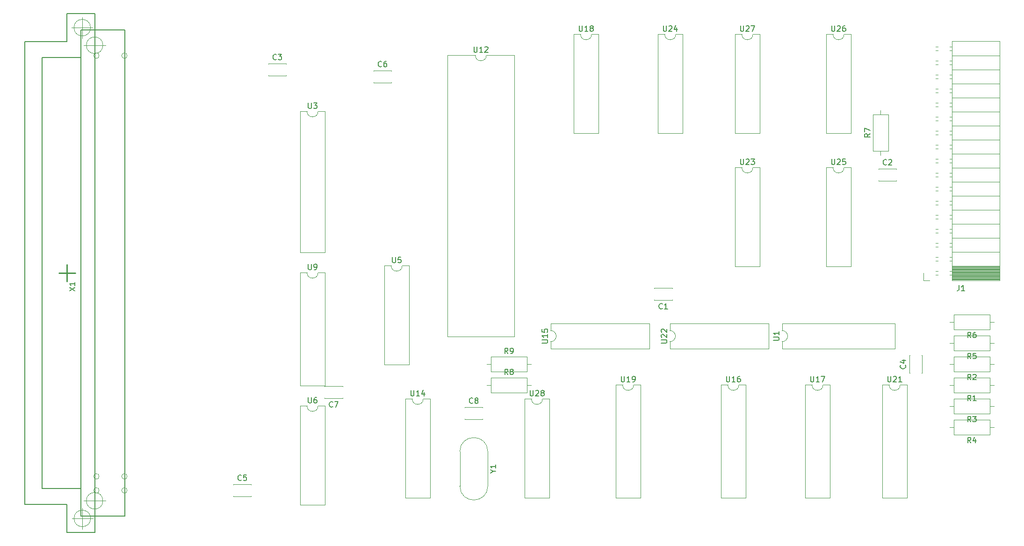
<source format=gbr>
%TF.GenerationSoftware,KiCad,Pcbnew,(5.1.10)-1*%
%TF.CreationDate,2022-01-23T14:02:00+01:00*%
%TF.ProjectId,fdc01,66646330-312e-46b6-9963-61645f706362,rev?*%
%TF.SameCoordinates,Original*%
%TF.FileFunction,Legend,Top*%
%TF.FilePolarity,Positive*%
%FSLAX46Y46*%
G04 Gerber Fmt 4.6, Leading zero omitted, Abs format (unit mm)*
G04 Created by KiCad (PCBNEW (5.1.10)-1) date 2022-01-23 14:02:00*
%MOMM*%
%LPD*%
G01*
G04 APERTURE LIST*
%ADD10C,0.200000*%
%ADD11C,0.100000*%
%ADD12C,0.250000*%
%ADD13C,0.120000*%
%ADD14C,0.150000*%
G04 APERTURE END LIST*
D10*
%TO.C,X1*%
X43180000Y-153670000D02*
X43180000Y-59690000D01*
X30480000Y-64770000D02*
X30480000Y-148590000D01*
X30480000Y-148590000D02*
X38100000Y-148590000D01*
X38100000Y-148590000D02*
X38100000Y-153670000D01*
X38100000Y-153670000D02*
X43180000Y-153670000D01*
X38100000Y-59690000D02*
X38100000Y-64770000D01*
X38100000Y-64770000D02*
X30480000Y-64770000D01*
X43180000Y-59690000D02*
X38100000Y-59690000D01*
D11*
X42355900Y-62242700D02*
G75*
G03*
X42355900Y-62242700I-1500000J0D01*
G01*
X40855900Y-60337700D02*
X40855900Y-64147700D01*
X42760900Y-62242700D02*
X38950900Y-62242700D01*
X40868600Y-149225000D02*
X40868600Y-153035000D01*
X42773600Y-151130000D02*
X38963600Y-151130000D01*
X42368600Y-151130000D02*
G75*
G03*
X42368600Y-151130000I-1500000J0D01*
G01*
X43908600Y-67310000D02*
G75*
G03*
X43908600Y-67310000I-500000J0D01*
G01*
X43908600Y-143510000D02*
G75*
G03*
X43908600Y-143510000I-500000J0D01*
G01*
X43908600Y-146050000D02*
G75*
G03*
X43908600Y-146050000I-500000J0D01*
G01*
X48988600Y-67310000D02*
G75*
G03*
X48988600Y-67310000I-500000J0D01*
G01*
X48988600Y-143510000D02*
G75*
G03*
X48988600Y-143510000I-500000J0D01*
G01*
X48988600Y-146050000D02*
G75*
G03*
X48988600Y-146050000I-500000J0D01*
G01*
D10*
X40600000Y-62680000D02*
X40600000Y-150680000D01*
X40600000Y-62680000D02*
X48600000Y-62680000D01*
X48600000Y-62680000D02*
X48600000Y-150680000D01*
X48600000Y-150680000D02*
X40600000Y-150680000D01*
X40600000Y-145680000D02*
X33600000Y-145680000D01*
X33600000Y-145680000D02*
X33600000Y-67680000D01*
X33600000Y-67680000D02*
X40600000Y-67680000D01*
D11*
X44600000Y-65430000D02*
G75*
G03*
X44600000Y-65430000I-1500000J0D01*
G01*
X45100000Y-65430000D02*
X41100000Y-65430000D01*
X43100000Y-63430000D02*
X43100000Y-67430000D01*
X44600000Y-147930000D02*
G75*
G03*
X44600000Y-147930000I-1500000J0D01*
G01*
X45100000Y-147930000D02*
X41100000Y-147930000D01*
X43100000Y-145930000D02*
X43100000Y-149930000D01*
D12*
X39600000Y-106680000D02*
X36600000Y-106680000D01*
X38100000Y-105180000D02*
X38100000Y-108180000D01*
D13*
%TO.C,R9*%
X114840000Y-121820000D02*
X114840000Y-124560000D01*
X114840000Y-124560000D02*
X121380000Y-124560000D01*
X121380000Y-124560000D02*
X121380000Y-121820000D01*
X121380000Y-121820000D02*
X114840000Y-121820000D01*
X114070000Y-123190000D02*
X114840000Y-123190000D01*
X122150000Y-123190000D02*
X121380000Y-123190000D01*
%TO.C,U5*%
X100040000Y-105350000D02*
X98790000Y-105350000D01*
X100040000Y-123250000D02*
X100040000Y-105350000D01*
X95540000Y-123250000D02*
X100040000Y-123250000D01*
X95540000Y-105350000D02*
X95540000Y-123250000D01*
X96790000Y-105350000D02*
X95540000Y-105350000D01*
X98790000Y-105350000D02*
G75*
G02*
X96790000Y-105350000I-1000000J0D01*
G01*
%TO.C,U3*%
X84800000Y-77410000D02*
X83550000Y-77410000D01*
X84800000Y-102930000D02*
X84800000Y-77410000D01*
X80300000Y-102930000D02*
X84800000Y-102930000D01*
X80300000Y-77410000D02*
X80300000Y-102930000D01*
X81550000Y-77410000D02*
X80300000Y-77410000D01*
X83550000Y-77410000D02*
G75*
G02*
X81550000Y-77410000I-1000000J0D01*
G01*
%TO.C,U12*%
X112030000Y-67250000D02*
X106970000Y-67250000D01*
X106970000Y-67250000D02*
X106970000Y-118170000D01*
X106970000Y-118170000D02*
X119090000Y-118170000D01*
X119090000Y-118170000D02*
X119090000Y-67250000D01*
X119090000Y-67250000D02*
X114030000Y-67250000D01*
X114030000Y-67250000D02*
G75*
G02*
X112030000Y-67250000I-1000000J0D01*
G01*
%TO.C,C8*%
X110120000Y-130960000D02*
X113360000Y-130960000D01*
X110120000Y-133200000D02*
X113360000Y-133200000D01*
X110120000Y-130960000D02*
X110120000Y-131025000D01*
X110120000Y-133135000D02*
X110120000Y-133200000D01*
X113360000Y-130960000D02*
X113360000Y-131025000D01*
X113360000Y-133135000D02*
X113360000Y-133200000D01*
%TO.C,C7*%
X88000000Y-129390000D02*
X84760000Y-129390000D01*
X88000000Y-127150000D02*
X84760000Y-127150000D01*
X88000000Y-129390000D02*
X88000000Y-129325000D01*
X88000000Y-127215000D02*
X88000000Y-127150000D01*
X84760000Y-129390000D02*
X84760000Y-129325000D01*
X84760000Y-127215000D02*
X84760000Y-127150000D01*
%TO.C,C6*%
X93610000Y-70000000D02*
X96850000Y-70000000D01*
X93610000Y-72240000D02*
X96850000Y-72240000D01*
X93610000Y-70000000D02*
X93610000Y-70065000D01*
X93610000Y-72175000D02*
X93610000Y-72240000D01*
X96850000Y-70000000D02*
X96850000Y-70065000D01*
X96850000Y-72175000D02*
X96850000Y-72240000D01*
%TO.C,C5*%
X68210000Y-144930000D02*
X71450000Y-144930000D01*
X68210000Y-147170000D02*
X71450000Y-147170000D01*
X68210000Y-144930000D02*
X68210000Y-144995000D01*
X68210000Y-147105000D02*
X68210000Y-147170000D01*
X71450000Y-144930000D02*
X71450000Y-144995000D01*
X71450000Y-147105000D02*
X71450000Y-147170000D01*
%TO.C,C4*%
X190650000Y-124830000D02*
X190650000Y-121590000D01*
X192890000Y-124830000D02*
X192890000Y-121590000D01*
X190650000Y-124830000D02*
X190715000Y-124830000D01*
X192825000Y-124830000D02*
X192890000Y-124830000D01*
X190650000Y-121590000D02*
X190715000Y-121590000D01*
X192825000Y-121590000D02*
X192890000Y-121590000D01*
%TO.C,C3*%
X74560000Y-68730000D02*
X77800000Y-68730000D01*
X74560000Y-70970000D02*
X77800000Y-70970000D01*
X74560000Y-68730000D02*
X74560000Y-68795000D01*
X74560000Y-70905000D02*
X74560000Y-70970000D01*
X77800000Y-68730000D02*
X77800000Y-68795000D01*
X77800000Y-70905000D02*
X77800000Y-70970000D01*
%TO.C,C2*%
X185050000Y-87780000D02*
X188290000Y-87780000D01*
X185050000Y-90020000D02*
X188290000Y-90020000D01*
X185050000Y-87780000D02*
X185050000Y-87845000D01*
X185050000Y-89955000D02*
X185050000Y-90020000D01*
X188290000Y-87780000D02*
X188290000Y-87845000D01*
X188290000Y-89955000D02*
X188290000Y-90020000D01*
%TO.C,C1*%
X147690000Y-111610000D02*
X144450000Y-111610000D01*
X147690000Y-109370000D02*
X144450000Y-109370000D01*
X147690000Y-111610000D02*
X147690000Y-111545000D01*
X147690000Y-109435000D02*
X147690000Y-109370000D01*
X144450000Y-111610000D02*
X144450000Y-111545000D01*
X144450000Y-109435000D02*
X144450000Y-109370000D01*
%TO.C,U25*%
X176800000Y-87570000D02*
X175550000Y-87570000D01*
X175550000Y-87570000D02*
X175550000Y-105470000D01*
X175550000Y-105470000D02*
X180050000Y-105470000D01*
X180050000Y-105470000D02*
X180050000Y-87570000D01*
X180050000Y-87570000D02*
X178800000Y-87570000D01*
X178800000Y-87570000D02*
G75*
G02*
X176800000Y-87570000I-1000000J0D01*
G01*
%TO.C,Y1*%
X109235000Y-139015000D02*
X109235000Y-145265000D01*
X114285000Y-139015000D02*
X114285000Y-145265000D01*
X109235000Y-145265000D02*
G75*
G03*
X114285000Y-145265000I2525000J0D01*
G01*
X109235000Y-139015000D02*
G75*
G02*
X114285000Y-139015000I2525000J0D01*
G01*
%TO.C,U14*%
X103850000Y-129480000D02*
X102600000Y-129480000D01*
X103850000Y-147380000D02*
X103850000Y-129480000D01*
X99350000Y-147380000D02*
X103850000Y-147380000D01*
X99350000Y-129480000D02*
X99350000Y-147380000D01*
X100600000Y-129480000D02*
X99350000Y-129480000D01*
X102600000Y-129480000D02*
G75*
G02*
X100600000Y-129480000I-1000000J0D01*
G01*
%TO.C,R8*%
X122150000Y-127000000D02*
X121380000Y-127000000D01*
X114070000Y-127000000D02*
X114840000Y-127000000D01*
X121380000Y-125630000D02*
X114840000Y-125630000D01*
X121380000Y-128370000D02*
X121380000Y-125630000D01*
X114840000Y-128370000D02*
X121380000Y-128370000D01*
X114840000Y-125630000D02*
X114840000Y-128370000D01*
%TO.C,U28*%
X122190000Y-129480000D02*
X120940000Y-129480000D01*
X120940000Y-129480000D02*
X120940000Y-147380000D01*
X120940000Y-147380000D02*
X125440000Y-147380000D01*
X125440000Y-147380000D02*
X125440000Y-129480000D01*
X125440000Y-129480000D02*
X124190000Y-129480000D01*
X124190000Y-129480000D02*
G75*
G02*
X122190000Y-129480000I-1000000J0D01*
G01*
%TO.C,U27*%
X160290000Y-63440000D02*
X159040000Y-63440000D01*
X159040000Y-63440000D02*
X159040000Y-81340000D01*
X159040000Y-81340000D02*
X163540000Y-81340000D01*
X163540000Y-81340000D02*
X163540000Y-63440000D01*
X163540000Y-63440000D02*
X162290000Y-63440000D01*
X162290000Y-63440000D02*
G75*
G02*
X160290000Y-63440000I-1000000J0D01*
G01*
%TO.C,U26*%
X176800000Y-63440000D02*
X175550000Y-63440000D01*
X175550000Y-63440000D02*
X175550000Y-81340000D01*
X175550000Y-81340000D02*
X180050000Y-81340000D01*
X180050000Y-81340000D02*
X180050000Y-63440000D01*
X180050000Y-63440000D02*
X178800000Y-63440000D01*
X178800000Y-63440000D02*
G75*
G02*
X176800000Y-63440000I-1000000J0D01*
G01*
%TO.C,U24*%
X146320000Y-63440000D02*
X145070000Y-63440000D01*
X145070000Y-63440000D02*
X145070000Y-81340000D01*
X145070000Y-81340000D02*
X149570000Y-81340000D01*
X149570000Y-81340000D02*
X149570000Y-63440000D01*
X149570000Y-63440000D02*
X148320000Y-63440000D01*
X148320000Y-63440000D02*
G75*
G02*
X146320000Y-63440000I-1000000J0D01*
G01*
%TO.C,U23*%
X160290000Y-87570000D02*
X159040000Y-87570000D01*
X159040000Y-87570000D02*
X159040000Y-105470000D01*
X159040000Y-105470000D02*
X163540000Y-105470000D01*
X163540000Y-105470000D02*
X163540000Y-87570000D01*
X163540000Y-87570000D02*
X162290000Y-87570000D01*
X162290000Y-87570000D02*
G75*
G02*
X160290000Y-87570000I-1000000J0D01*
G01*
%TO.C,U22*%
X147260000Y-119110000D02*
X147260000Y-120360000D01*
X147260000Y-120360000D02*
X165160000Y-120360000D01*
X165160000Y-120360000D02*
X165160000Y-115860000D01*
X165160000Y-115860000D02*
X147260000Y-115860000D01*
X147260000Y-115860000D02*
X147260000Y-117110000D01*
X147260000Y-117110000D02*
G75*
G02*
X147260000Y-119110000I0J-1000000D01*
G01*
%TO.C,U21*%
X186960000Y-126940000D02*
X185710000Y-126940000D01*
X185710000Y-126940000D02*
X185710000Y-147380000D01*
X185710000Y-147380000D02*
X190210000Y-147380000D01*
X190210000Y-147380000D02*
X190210000Y-126940000D01*
X190210000Y-126940000D02*
X188960000Y-126940000D01*
X188960000Y-126940000D02*
G75*
G02*
X186960000Y-126940000I-1000000J0D01*
G01*
%TO.C,U19*%
X138700000Y-126940000D02*
X137450000Y-126940000D01*
X137450000Y-126940000D02*
X137450000Y-147380000D01*
X137450000Y-147380000D02*
X141950000Y-147380000D01*
X141950000Y-147380000D02*
X141950000Y-126940000D01*
X141950000Y-126940000D02*
X140700000Y-126940000D01*
X140700000Y-126940000D02*
G75*
G02*
X138700000Y-126940000I-1000000J0D01*
G01*
%TO.C,U18*%
X131080000Y-63440000D02*
X129830000Y-63440000D01*
X129830000Y-63440000D02*
X129830000Y-81340000D01*
X129830000Y-81340000D02*
X134330000Y-81340000D01*
X134330000Y-81340000D02*
X134330000Y-63440000D01*
X134330000Y-63440000D02*
X133080000Y-63440000D01*
X133080000Y-63440000D02*
G75*
G02*
X131080000Y-63440000I-1000000J0D01*
G01*
%TO.C,U17*%
X172990000Y-126940000D02*
X171740000Y-126940000D01*
X171740000Y-126940000D02*
X171740000Y-147380000D01*
X171740000Y-147380000D02*
X176240000Y-147380000D01*
X176240000Y-147380000D02*
X176240000Y-126940000D01*
X176240000Y-126940000D02*
X174990000Y-126940000D01*
X174990000Y-126940000D02*
G75*
G02*
X172990000Y-126940000I-1000000J0D01*
G01*
%TO.C,U16*%
X157750000Y-126940000D02*
X156500000Y-126940000D01*
X156500000Y-126940000D02*
X156500000Y-147380000D01*
X156500000Y-147380000D02*
X161000000Y-147380000D01*
X161000000Y-147380000D02*
X161000000Y-126940000D01*
X161000000Y-126940000D02*
X159750000Y-126940000D01*
X159750000Y-126940000D02*
G75*
G02*
X157750000Y-126940000I-1000000J0D01*
G01*
%TO.C,U15*%
X125670000Y-119110000D02*
X125670000Y-120360000D01*
X125670000Y-120360000D02*
X143570000Y-120360000D01*
X143570000Y-120360000D02*
X143570000Y-115860000D01*
X143570000Y-115860000D02*
X125670000Y-115860000D01*
X125670000Y-115860000D02*
X125670000Y-117110000D01*
X125670000Y-117110000D02*
G75*
G02*
X125670000Y-119110000I0J-1000000D01*
G01*
%TO.C,U9*%
X81550000Y-106620000D02*
X80300000Y-106620000D01*
X80300000Y-106620000D02*
X80300000Y-127060000D01*
X80300000Y-127060000D02*
X84800000Y-127060000D01*
X84800000Y-127060000D02*
X84800000Y-106620000D01*
X84800000Y-106620000D02*
X83550000Y-106620000D01*
X83550000Y-106620000D02*
G75*
G02*
X81550000Y-106620000I-1000000J0D01*
G01*
%TO.C,U6*%
X81550000Y-130750000D02*
X80300000Y-130750000D01*
X80300000Y-130750000D02*
X80300000Y-148650000D01*
X80300000Y-148650000D02*
X84800000Y-148650000D01*
X84800000Y-148650000D02*
X84800000Y-130750000D01*
X84800000Y-130750000D02*
X83550000Y-130750000D01*
X83550000Y-130750000D02*
G75*
G02*
X81550000Y-130750000I-1000000J0D01*
G01*
%TO.C,U1*%
X167580000Y-119110000D02*
X167580000Y-120360000D01*
X167580000Y-120360000D02*
X188020000Y-120360000D01*
X188020000Y-120360000D02*
X188020000Y-115860000D01*
X188020000Y-115860000D02*
X167580000Y-115860000D01*
X167580000Y-115860000D02*
X167580000Y-117110000D01*
X167580000Y-117110000D02*
G75*
G02*
X167580000Y-119110000I0J-1000000D01*
G01*
%TO.C,R7*%
X184050000Y-84550000D02*
X186790000Y-84550000D01*
X186790000Y-84550000D02*
X186790000Y-78010000D01*
X186790000Y-78010000D02*
X184050000Y-78010000D01*
X184050000Y-78010000D02*
X184050000Y-84550000D01*
X185420000Y-85320000D02*
X185420000Y-84550000D01*
X185420000Y-77240000D02*
X185420000Y-78010000D01*
%TO.C,R6*%
X205200000Y-116940000D02*
X205200000Y-114200000D01*
X205200000Y-114200000D02*
X198660000Y-114200000D01*
X198660000Y-114200000D02*
X198660000Y-116940000D01*
X198660000Y-116940000D02*
X205200000Y-116940000D01*
X205970000Y-115570000D02*
X205200000Y-115570000D01*
X197890000Y-115570000D02*
X198660000Y-115570000D01*
%TO.C,R5*%
X205200000Y-120750000D02*
X205200000Y-118010000D01*
X205200000Y-118010000D02*
X198660000Y-118010000D01*
X198660000Y-118010000D02*
X198660000Y-120750000D01*
X198660000Y-120750000D02*
X205200000Y-120750000D01*
X205970000Y-119380000D02*
X205200000Y-119380000D01*
X197890000Y-119380000D02*
X198660000Y-119380000D01*
%TO.C,R4*%
X205200000Y-135990000D02*
X205200000Y-133250000D01*
X205200000Y-133250000D02*
X198660000Y-133250000D01*
X198660000Y-133250000D02*
X198660000Y-135990000D01*
X198660000Y-135990000D02*
X205200000Y-135990000D01*
X205970000Y-134620000D02*
X205200000Y-134620000D01*
X197890000Y-134620000D02*
X198660000Y-134620000D01*
%TO.C,R3*%
X205200000Y-132180000D02*
X205200000Y-129440000D01*
X205200000Y-129440000D02*
X198660000Y-129440000D01*
X198660000Y-129440000D02*
X198660000Y-132180000D01*
X198660000Y-132180000D02*
X205200000Y-132180000D01*
X205970000Y-130810000D02*
X205200000Y-130810000D01*
X197890000Y-130810000D02*
X198660000Y-130810000D01*
%TO.C,R2*%
X205200000Y-124560000D02*
X205200000Y-121820000D01*
X205200000Y-121820000D02*
X198660000Y-121820000D01*
X198660000Y-121820000D02*
X198660000Y-124560000D01*
X198660000Y-124560000D02*
X205200000Y-124560000D01*
X205970000Y-123190000D02*
X205200000Y-123190000D01*
X197890000Y-123190000D02*
X198660000Y-123190000D01*
%TO.C,R1*%
X205200000Y-128370000D02*
X205200000Y-125630000D01*
X205200000Y-125630000D02*
X198660000Y-125630000D01*
X198660000Y-125630000D02*
X198660000Y-128370000D01*
X198660000Y-128370000D02*
X205200000Y-128370000D01*
X205970000Y-127000000D02*
X205200000Y-127000000D01*
X197890000Y-127000000D02*
X198660000Y-127000000D01*
%TO.C,J1*%
X206940000Y-107890000D02*
X198310000Y-107890000D01*
X206940000Y-107771905D02*
X198310000Y-107771905D01*
X206940000Y-107653810D02*
X198310000Y-107653810D01*
X206940000Y-107535715D02*
X198310000Y-107535715D01*
X206940000Y-107417620D02*
X198310000Y-107417620D01*
X206940000Y-107299525D02*
X198310000Y-107299525D01*
X206940000Y-107181430D02*
X198310000Y-107181430D01*
X206940000Y-107063335D02*
X198310000Y-107063335D01*
X206940000Y-106945240D02*
X198310000Y-106945240D01*
X206940000Y-106827145D02*
X198310000Y-106827145D01*
X206940000Y-106709050D02*
X198310000Y-106709050D01*
X206940000Y-106590955D02*
X198310000Y-106590955D01*
X206940000Y-106472860D02*
X198310000Y-106472860D01*
X206940000Y-106354765D02*
X198310000Y-106354765D01*
X206940000Y-106236670D02*
X198310000Y-106236670D01*
X206940000Y-106118575D02*
X198310000Y-106118575D01*
X206940000Y-106000480D02*
X198310000Y-106000480D01*
X206940000Y-105882385D02*
X198310000Y-105882385D01*
X206940000Y-105764290D02*
X198310000Y-105764290D01*
X206940000Y-105646195D02*
X198310000Y-105646195D01*
X206940000Y-105528100D02*
X198310000Y-105528100D01*
X198310000Y-107040000D02*
X197900000Y-107040000D01*
X195800000Y-107040000D02*
X195420000Y-107040000D01*
X198310000Y-106320000D02*
X197900000Y-106320000D01*
X195800000Y-106320000D02*
X195420000Y-106320000D01*
X198310000Y-104500000D02*
X197900000Y-104500000D01*
X195800000Y-104500000D02*
X195360000Y-104500000D01*
X198310000Y-103780000D02*
X197900000Y-103780000D01*
X195800000Y-103780000D02*
X195360000Y-103780000D01*
X198310000Y-101960000D02*
X197900000Y-101960000D01*
X195800000Y-101960000D02*
X195360000Y-101960000D01*
X198310000Y-101240000D02*
X197900000Y-101240000D01*
X195800000Y-101240000D02*
X195360000Y-101240000D01*
X198310000Y-99420000D02*
X197900000Y-99420000D01*
X195800000Y-99420000D02*
X195360000Y-99420000D01*
X198310000Y-98700000D02*
X197900000Y-98700000D01*
X195800000Y-98700000D02*
X195360000Y-98700000D01*
X198310000Y-96880000D02*
X197900000Y-96880000D01*
X195800000Y-96880000D02*
X195360000Y-96880000D01*
X198310000Y-96160000D02*
X197900000Y-96160000D01*
X195800000Y-96160000D02*
X195360000Y-96160000D01*
X198310000Y-94340000D02*
X197900000Y-94340000D01*
X195800000Y-94340000D02*
X195360000Y-94340000D01*
X198310000Y-93620000D02*
X197900000Y-93620000D01*
X195800000Y-93620000D02*
X195360000Y-93620000D01*
X198310000Y-91800000D02*
X197900000Y-91800000D01*
X195800000Y-91800000D02*
X195360000Y-91800000D01*
X198310000Y-91080000D02*
X197900000Y-91080000D01*
X195800000Y-91080000D02*
X195360000Y-91080000D01*
X198310000Y-89260000D02*
X197900000Y-89260000D01*
X195800000Y-89260000D02*
X195360000Y-89260000D01*
X198310000Y-88540000D02*
X197900000Y-88540000D01*
X195800000Y-88540000D02*
X195360000Y-88540000D01*
X198310000Y-86720000D02*
X197900000Y-86720000D01*
X195800000Y-86720000D02*
X195360000Y-86720000D01*
X198310000Y-86000000D02*
X197900000Y-86000000D01*
X195800000Y-86000000D02*
X195360000Y-86000000D01*
X198310000Y-84180000D02*
X197900000Y-84180000D01*
X195800000Y-84180000D02*
X195360000Y-84180000D01*
X198310000Y-83460000D02*
X197900000Y-83460000D01*
X195800000Y-83460000D02*
X195360000Y-83460000D01*
X198310000Y-81640000D02*
X197900000Y-81640000D01*
X195800000Y-81640000D02*
X195360000Y-81640000D01*
X198310000Y-80920000D02*
X197900000Y-80920000D01*
X195800000Y-80920000D02*
X195360000Y-80920000D01*
X198310000Y-79100000D02*
X197900000Y-79100000D01*
X195800000Y-79100000D02*
X195360000Y-79100000D01*
X198310000Y-78380000D02*
X197900000Y-78380000D01*
X195800000Y-78380000D02*
X195360000Y-78380000D01*
X198310000Y-76560000D02*
X197900000Y-76560000D01*
X195800000Y-76560000D02*
X195360000Y-76560000D01*
X198310000Y-75840000D02*
X197900000Y-75840000D01*
X195800000Y-75840000D02*
X195360000Y-75840000D01*
X198310000Y-74020000D02*
X197900000Y-74020000D01*
X195800000Y-74020000D02*
X195360000Y-74020000D01*
X198310000Y-73300000D02*
X197900000Y-73300000D01*
X195800000Y-73300000D02*
X195360000Y-73300000D01*
X198310000Y-71480000D02*
X197900000Y-71480000D01*
X195800000Y-71480000D02*
X195360000Y-71480000D01*
X198310000Y-70760000D02*
X197900000Y-70760000D01*
X195800000Y-70760000D02*
X195360000Y-70760000D01*
X198310000Y-68940000D02*
X197900000Y-68940000D01*
X195800000Y-68940000D02*
X195360000Y-68940000D01*
X198310000Y-68220000D02*
X197900000Y-68220000D01*
X195800000Y-68220000D02*
X195360000Y-68220000D01*
X198310000Y-66400000D02*
X197900000Y-66400000D01*
X195800000Y-66400000D02*
X195360000Y-66400000D01*
X198310000Y-65680000D02*
X197900000Y-65680000D01*
X195800000Y-65680000D02*
X195360000Y-65680000D01*
X206940000Y-105410000D02*
X198310000Y-105410000D01*
X206940000Y-102870000D02*
X198310000Y-102870000D01*
X206940000Y-100330000D02*
X198310000Y-100330000D01*
X206940000Y-97790000D02*
X198310000Y-97790000D01*
X206940000Y-95250000D02*
X198310000Y-95250000D01*
X206940000Y-92710000D02*
X198310000Y-92710000D01*
X206940000Y-90170000D02*
X198310000Y-90170000D01*
X206940000Y-87630000D02*
X198310000Y-87630000D01*
X206940000Y-85090000D02*
X198310000Y-85090000D01*
X206940000Y-82550000D02*
X198310000Y-82550000D01*
X206940000Y-80010000D02*
X198310000Y-80010000D01*
X206940000Y-77470000D02*
X198310000Y-77470000D01*
X206940000Y-74930000D02*
X198310000Y-74930000D01*
X206940000Y-72390000D02*
X198310000Y-72390000D01*
X206940000Y-69850000D02*
X198310000Y-69850000D01*
X206940000Y-67310000D02*
X198310000Y-67310000D01*
X206940000Y-108010000D02*
X198310000Y-108010000D01*
X198310000Y-108010000D02*
X198310000Y-64710000D01*
X206940000Y-64710000D02*
X198310000Y-64710000D01*
X206940000Y-108010000D02*
X206940000Y-64710000D01*
X193200000Y-108010000D02*
X193200000Y-106680000D01*
X194310000Y-108010000D02*
X193200000Y-108010000D01*
%TO.C,X1*%
D14*
X38552380Y-109939404D02*
X39552380Y-109272738D01*
X38552380Y-109272738D02*
X39552380Y-109939404D01*
X39552380Y-108367976D02*
X39552380Y-108939404D01*
X39552380Y-108653690D02*
X38552380Y-108653690D01*
X38695238Y-108748928D01*
X38790476Y-108844166D01*
X38838095Y-108939404D01*
%TO.C,R9*%
X117943333Y-121272380D02*
X117610000Y-120796190D01*
X117371904Y-121272380D02*
X117371904Y-120272380D01*
X117752857Y-120272380D01*
X117848095Y-120320000D01*
X117895714Y-120367619D01*
X117943333Y-120462857D01*
X117943333Y-120605714D01*
X117895714Y-120700952D01*
X117848095Y-120748571D01*
X117752857Y-120796190D01*
X117371904Y-120796190D01*
X118419523Y-121272380D02*
X118610000Y-121272380D01*
X118705238Y-121224761D01*
X118752857Y-121177142D01*
X118848095Y-121034285D01*
X118895714Y-120843809D01*
X118895714Y-120462857D01*
X118848095Y-120367619D01*
X118800476Y-120320000D01*
X118705238Y-120272380D01*
X118514761Y-120272380D01*
X118419523Y-120320000D01*
X118371904Y-120367619D01*
X118324285Y-120462857D01*
X118324285Y-120700952D01*
X118371904Y-120796190D01*
X118419523Y-120843809D01*
X118514761Y-120891428D01*
X118705238Y-120891428D01*
X118800476Y-120843809D01*
X118848095Y-120796190D01*
X118895714Y-120700952D01*
%TO.C,U5*%
X97028095Y-103802380D02*
X97028095Y-104611904D01*
X97075714Y-104707142D01*
X97123333Y-104754761D01*
X97218571Y-104802380D01*
X97409047Y-104802380D01*
X97504285Y-104754761D01*
X97551904Y-104707142D01*
X97599523Y-104611904D01*
X97599523Y-103802380D01*
X98551904Y-103802380D02*
X98075714Y-103802380D01*
X98028095Y-104278571D01*
X98075714Y-104230952D01*
X98170952Y-104183333D01*
X98409047Y-104183333D01*
X98504285Y-104230952D01*
X98551904Y-104278571D01*
X98599523Y-104373809D01*
X98599523Y-104611904D01*
X98551904Y-104707142D01*
X98504285Y-104754761D01*
X98409047Y-104802380D01*
X98170952Y-104802380D01*
X98075714Y-104754761D01*
X98028095Y-104707142D01*
%TO.C,U3*%
X81788095Y-75862380D02*
X81788095Y-76671904D01*
X81835714Y-76767142D01*
X81883333Y-76814761D01*
X81978571Y-76862380D01*
X82169047Y-76862380D01*
X82264285Y-76814761D01*
X82311904Y-76767142D01*
X82359523Y-76671904D01*
X82359523Y-75862380D01*
X82740476Y-75862380D02*
X83359523Y-75862380D01*
X83026190Y-76243333D01*
X83169047Y-76243333D01*
X83264285Y-76290952D01*
X83311904Y-76338571D01*
X83359523Y-76433809D01*
X83359523Y-76671904D01*
X83311904Y-76767142D01*
X83264285Y-76814761D01*
X83169047Y-76862380D01*
X82883333Y-76862380D01*
X82788095Y-76814761D01*
X82740476Y-76767142D01*
%TO.C,U12*%
X111791904Y-65702380D02*
X111791904Y-66511904D01*
X111839523Y-66607142D01*
X111887142Y-66654761D01*
X111982380Y-66702380D01*
X112172857Y-66702380D01*
X112268095Y-66654761D01*
X112315714Y-66607142D01*
X112363333Y-66511904D01*
X112363333Y-65702380D01*
X113363333Y-66702380D02*
X112791904Y-66702380D01*
X113077619Y-66702380D02*
X113077619Y-65702380D01*
X112982380Y-65845238D01*
X112887142Y-65940476D01*
X112791904Y-65988095D01*
X113744285Y-65797619D02*
X113791904Y-65750000D01*
X113887142Y-65702380D01*
X114125238Y-65702380D01*
X114220476Y-65750000D01*
X114268095Y-65797619D01*
X114315714Y-65892857D01*
X114315714Y-65988095D01*
X114268095Y-66130952D01*
X113696666Y-66702380D01*
X114315714Y-66702380D01*
%TO.C,C8*%
X111573333Y-130187142D02*
X111525714Y-130234761D01*
X111382857Y-130282380D01*
X111287619Y-130282380D01*
X111144761Y-130234761D01*
X111049523Y-130139523D01*
X111001904Y-130044285D01*
X110954285Y-129853809D01*
X110954285Y-129710952D01*
X111001904Y-129520476D01*
X111049523Y-129425238D01*
X111144761Y-129330000D01*
X111287619Y-129282380D01*
X111382857Y-129282380D01*
X111525714Y-129330000D01*
X111573333Y-129377619D01*
X112144761Y-129710952D02*
X112049523Y-129663333D01*
X112001904Y-129615714D01*
X111954285Y-129520476D01*
X111954285Y-129472857D01*
X112001904Y-129377619D01*
X112049523Y-129330000D01*
X112144761Y-129282380D01*
X112335238Y-129282380D01*
X112430476Y-129330000D01*
X112478095Y-129377619D01*
X112525714Y-129472857D01*
X112525714Y-129520476D01*
X112478095Y-129615714D01*
X112430476Y-129663333D01*
X112335238Y-129710952D01*
X112144761Y-129710952D01*
X112049523Y-129758571D01*
X112001904Y-129806190D01*
X111954285Y-129901428D01*
X111954285Y-130091904D01*
X112001904Y-130187142D01*
X112049523Y-130234761D01*
X112144761Y-130282380D01*
X112335238Y-130282380D01*
X112430476Y-130234761D01*
X112478095Y-130187142D01*
X112525714Y-130091904D01*
X112525714Y-129901428D01*
X112478095Y-129806190D01*
X112430476Y-129758571D01*
X112335238Y-129710952D01*
%TO.C,C7*%
X86213333Y-130877142D02*
X86165714Y-130924761D01*
X86022857Y-130972380D01*
X85927619Y-130972380D01*
X85784761Y-130924761D01*
X85689523Y-130829523D01*
X85641904Y-130734285D01*
X85594285Y-130543809D01*
X85594285Y-130400952D01*
X85641904Y-130210476D01*
X85689523Y-130115238D01*
X85784761Y-130020000D01*
X85927619Y-129972380D01*
X86022857Y-129972380D01*
X86165714Y-130020000D01*
X86213333Y-130067619D01*
X86546666Y-129972380D02*
X87213333Y-129972380D01*
X86784761Y-130972380D01*
%TO.C,C6*%
X95063333Y-69227142D02*
X95015714Y-69274761D01*
X94872857Y-69322380D01*
X94777619Y-69322380D01*
X94634761Y-69274761D01*
X94539523Y-69179523D01*
X94491904Y-69084285D01*
X94444285Y-68893809D01*
X94444285Y-68750952D01*
X94491904Y-68560476D01*
X94539523Y-68465238D01*
X94634761Y-68370000D01*
X94777619Y-68322380D01*
X94872857Y-68322380D01*
X95015714Y-68370000D01*
X95063333Y-68417619D01*
X95920476Y-68322380D02*
X95730000Y-68322380D01*
X95634761Y-68370000D01*
X95587142Y-68417619D01*
X95491904Y-68560476D01*
X95444285Y-68750952D01*
X95444285Y-69131904D01*
X95491904Y-69227142D01*
X95539523Y-69274761D01*
X95634761Y-69322380D01*
X95825238Y-69322380D01*
X95920476Y-69274761D01*
X95968095Y-69227142D01*
X96015714Y-69131904D01*
X96015714Y-68893809D01*
X95968095Y-68798571D01*
X95920476Y-68750952D01*
X95825238Y-68703333D01*
X95634761Y-68703333D01*
X95539523Y-68750952D01*
X95491904Y-68798571D01*
X95444285Y-68893809D01*
%TO.C,C5*%
X69663333Y-144157142D02*
X69615714Y-144204761D01*
X69472857Y-144252380D01*
X69377619Y-144252380D01*
X69234761Y-144204761D01*
X69139523Y-144109523D01*
X69091904Y-144014285D01*
X69044285Y-143823809D01*
X69044285Y-143680952D01*
X69091904Y-143490476D01*
X69139523Y-143395238D01*
X69234761Y-143300000D01*
X69377619Y-143252380D01*
X69472857Y-143252380D01*
X69615714Y-143300000D01*
X69663333Y-143347619D01*
X70568095Y-143252380D02*
X70091904Y-143252380D01*
X70044285Y-143728571D01*
X70091904Y-143680952D01*
X70187142Y-143633333D01*
X70425238Y-143633333D01*
X70520476Y-143680952D01*
X70568095Y-143728571D01*
X70615714Y-143823809D01*
X70615714Y-144061904D01*
X70568095Y-144157142D01*
X70520476Y-144204761D01*
X70425238Y-144252380D01*
X70187142Y-144252380D01*
X70091904Y-144204761D01*
X70044285Y-144157142D01*
%TO.C,C4*%
X189877142Y-123376666D02*
X189924761Y-123424285D01*
X189972380Y-123567142D01*
X189972380Y-123662380D01*
X189924761Y-123805238D01*
X189829523Y-123900476D01*
X189734285Y-123948095D01*
X189543809Y-123995714D01*
X189400952Y-123995714D01*
X189210476Y-123948095D01*
X189115238Y-123900476D01*
X189020000Y-123805238D01*
X188972380Y-123662380D01*
X188972380Y-123567142D01*
X189020000Y-123424285D01*
X189067619Y-123376666D01*
X189305714Y-122519523D02*
X189972380Y-122519523D01*
X188924761Y-122757619D02*
X189639047Y-122995714D01*
X189639047Y-122376666D01*
%TO.C,C3*%
X76013333Y-67957142D02*
X75965714Y-68004761D01*
X75822857Y-68052380D01*
X75727619Y-68052380D01*
X75584761Y-68004761D01*
X75489523Y-67909523D01*
X75441904Y-67814285D01*
X75394285Y-67623809D01*
X75394285Y-67480952D01*
X75441904Y-67290476D01*
X75489523Y-67195238D01*
X75584761Y-67100000D01*
X75727619Y-67052380D01*
X75822857Y-67052380D01*
X75965714Y-67100000D01*
X76013333Y-67147619D01*
X76346666Y-67052380D02*
X76965714Y-67052380D01*
X76632380Y-67433333D01*
X76775238Y-67433333D01*
X76870476Y-67480952D01*
X76918095Y-67528571D01*
X76965714Y-67623809D01*
X76965714Y-67861904D01*
X76918095Y-67957142D01*
X76870476Y-68004761D01*
X76775238Y-68052380D01*
X76489523Y-68052380D01*
X76394285Y-68004761D01*
X76346666Y-67957142D01*
%TO.C,C2*%
X186503333Y-87007142D02*
X186455714Y-87054761D01*
X186312857Y-87102380D01*
X186217619Y-87102380D01*
X186074761Y-87054761D01*
X185979523Y-86959523D01*
X185931904Y-86864285D01*
X185884285Y-86673809D01*
X185884285Y-86530952D01*
X185931904Y-86340476D01*
X185979523Y-86245238D01*
X186074761Y-86150000D01*
X186217619Y-86102380D01*
X186312857Y-86102380D01*
X186455714Y-86150000D01*
X186503333Y-86197619D01*
X186884285Y-86197619D02*
X186931904Y-86150000D01*
X187027142Y-86102380D01*
X187265238Y-86102380D01*
X187360476Y-86150000D01*
X187408095Y-86197619D01*
X187455714Y-86292857D01*
X187455714Y-86388095D01*
X187408095Y-86530952D01*
X186836666Y-87102380D01*
X187455714Y-87102380D01*
%TO.C,C1*%
X145903333Y-113097142D02*
X145855714Y-113144761D01*
X145712857Y-113192380D01*
X145617619Y-113192380D01*
X145474761Y-113144761D01*
X145379523Y-113049523D01*
X145331904Y-112954285D01*
X145284285Y-112763809D01*
X145284285Y-112620952D01*
X145331904Y-112430476D01*
X145379523Y-112335238D01*
X145474761Y-112240000D01*
X145617619Y-112192380D01*
X145712857Y-112192380D01*
X145855714Y-112240000D01*
X145903333Y-112287619D01*
X146855714Y-113192380D02*
X146284285Y-113192380D01*
X146570000Y-113192380D02*
X146570000Y-112192380D01*
X146474761Y-112335238D01*
X146379523Y-112430476D01*
X146284285Y-112478095D01*
%TO.C,U25*%
X176561904Y-86022380D02*
X176561904Y-86831904D01*
X176609523Y-86927142D01*
X176657142Y-86974761D01*
X176752380Y-87022380D01*
X176942857Y-87022380D01*
X177038095Y-86974761D01*
X177085714Y-86927142D01*
X177133333Y-86831904D01*
X177133333Y-86022380D01*
X177561904Y-86117619D02*
X177609523Y-86070000D01*
X177704761Y-86022380D01*
X177942857Y-86022380D01*
X178038095Y-86070000D01*
X178085714Y-86117619D01*
X178133333Y-86212857D01*
X178133333Y-86308095D01*
X178085714Y-86450952D01*
X177514285Y-87022380D01*
X178133333Y-87022380D01*
X179038095Y-86022380D02*
X178561904Y-86022380D01*
X178514285Y-86498571D01*
X178561904Y-86450952D01*
X178657142Y-86403333D01*
X178895238Y-86403333D01*
X178990476Y-86450952D01*
X179038095Y-86498571D01*
X179085714Y-86593809D01*
X179085714Y-86831904D01*
X179038095Y-86927142D01*
X178990476Y-86974761D01*
X178895238Y-87022380D01*
X178657142Y-87022380D01*
X178561904Y-86974761D01*
X178514285Y-86927142D01*
%TO.C,Y1*%
X115261190Y-142616190D02*
X115737380Y-142616190D01*
X114737380Y-142949523D02*
X115261190Y-142616190D01*
X114737380Y-142282857D01*
X115737380Y-141425714D02*
X115737380Y-141997142D01*
X115737380Y-141711428D02*
X114737380Y-141711428D01*
X114880238Y-141806666D01*
X114975476Y-141901904D01*
X115023095Y-141997142D01*
%TO.C,U14*%
X100361904Y-127932380D02*
X100361904Y-128741904D01*
X100409523Y-128837142D01*
X100457142Y-128884761D01*
X100552380Y-128932380D01*
X100742857Y-128932380D01*
X100838095Y-128884761D01*
X100885714Y-128837142D01*
X100933333Y-128741904D01*
X100933333Y-127932380D01*
X101933333Y-128932380D02*
X101361904Y-128932380D01*
X101647619Y-128932380D02*
X101647619Y-127932380D01*
X101552380Y-128075238D01*
X101457142Y-128170476D01*
X101361904Y-128218095D01*
X102790476Y-128265714D02*
X102790476Y-128932380D01*
X102552380Y-127884761D02*
X102314285Y-128599047D01*
X102933333Y-128599047D01*
%TO.C,R8*%
X117943333Y-125082380D02*
X117610000Y-124606190D01*
X117371904Y-125082380D02*
X117371904Y-124082380D01*
X117752857Y-124082380D01*
X117848095Y-124130000D01*
X117895714Y-124177619D01*
X117943333Y-124272857D01*
X117943333Y-124415714D01*
X117895714Y-124510952D01*
X117848095Y-124558571D01*
X117752857Y-124606190D01*
X117371904Y-124606190D01*
X118514761Y-124510952D02*
X118419523Y-124463333D01*
X118371904Y-124415714D01*
X118324285Y-124320476D01*
X118324285Y-124272857D01*
X118371904Y-124177619D01*
X118419523Y-124130000D01*
X118514761Y-124082380D01*
X118705238Y-124082380D01*
X118800476Y-124130000D01*
X118848095Y-124177619D01*
X118895714Y-124272857D01*
X118895714Y-124320476D01*
X118848095Y-124415714D01*
X118800476Y-124463333D01*
X118705238Y-124510952D01*
X118514761Y-124510952D01*
X118419523Y-124558571D01*
X118371904Y-124606190D01*
X118324285Y-124701428D01*
X118324285Y-124891904D01*
X118371904Y-124987142D01*
X118419523Y-125034761D01*
X118514761Y-125082380D01*
X118705238Y-125082380D01*
X118800476Y-125034761D01*
X118848095Y-124987142D01*
X118895714Y-124891904D01*
X118895714Y-124701428D01*
X118848095Y-124606190D01*
X118800476Y-124558571D01*
X118705238Y-124510952D01*
%TO.C,U28*%
X121951904Y-127932380D02*
X121951904Y-128741904D01*
X121999523Y-128837142D01*
X122047142Y-128884761D01*
X122142380Y-128932380D01*
X122332857Y-128932380D01*
X122428095Y-128884761D01*
X122475714Y-128837142D01*
X122523333Y-128741904D01*
X122523333Y-127932380D01*
X122951904Y-128027619D02*
X122999523Y-127980000D01*
X123094761Y-127932380D01*
X123332857Y-127932380D01*
X123428095Y-127980000D01*
X123475714Y-128027619D01*
X123523333Y-128122857D01*
X123523333Y-128218095D01*
X123475714Y-128360952D01*
X122904285Y-128932380D01*
X123523333Y-128932380D01*
X124094761Y-128360952D02*
X123999523Y-128313333D01*
X123951904Y-128265714D01*
X123904285Y-128170476D01*
X123904285Y-128122857D01*
X123951904Y-128027619D01*
X123999523Y-127980000D01*
X124094761Y-127932380D01*
X124285238Y-127932380D01*
X124380476Y-127980000D01*
X124428095Y-128027619D01*
X124475714Y-128122857D01*
X124475714Y-128170476D01*
X124428095Y-128265714D01*
X124380476Y-128313333D01*
X124285238Y-128360952D01*
X124094761Y-128360952D01*
X123999523Y-128408571D01*
X123951904Y-128456190D01*
X123904285Y-128551428D01*
X123904285Y-128741904D01*
X123951904Y-128837142D01*
X123999523Y-128884761D01*
X124094761Y-128932380D01*
X124285238Y-128932380D01*
X124380476Y-128884761D01*
X124428095Y-128837142D01*
X124475714Y-128741904D01*
X124475714Y-128551428D01*
X124428095Y-128456190D01*
X124380476Y-128408571D01*
X124285238Y-128360952D01*
%TO.C,U27*%
X160051904Y-61892380D02*
X160051904Y-62701904D01*
X160099523Y-62797142D01*
X160147142Y-62844761D01*
X160242380Y-62892380D01*
X160432857Y-62892380D01*
X160528095Y-62844761D01*
X160575714Y-62797142D01*
X160623333Y-62701904D01*
X160623333Y-61892380D01*
X161051904Y-61987619D02*
X161099523Y-61940000D01*
X161194761Y-61892380D01*
X161432857Y-61892380D01*
X161528095Y-61940000D01*
X161575714Y-61987619D01*
X161623333Y-62082857D01*
X161623333Y-62178095D01*
X161575714Y-62320952D01*
X161004285Y-62892380D01*
X161623333Y-62892380D01*
X161956666Y-61892380D02*
X162623333Y-61892380D01*
X162194761Y-62892380D01*
%TO.C,U26*%
X176561904Y-61892380D02*
X176561904Y-62701904D01*
X176609523Y-62797142D01*
X176657142Y-62844761D01*
X176752380Y-62892380D01*
X176942857Y-62892380D01*
X177038095Y-62844761D01*
X177085714Y-62797142D01*
X177133333Y-62701904D01*
X177133333Y-61892380D01*
X177561904Y-61987619D02*
X177609523Y-61940000D01*
X177704761Y-61892380D01*
X177942857Y-61892380D01*
X178038095Y-61940000D01*
X178085714Y-61987619D01*
X178133333Y-62082857D01*
X178133333Y-62178095D01*
X178085714Y-62320952D01*
X177514285Y-62892380D01*
X178133333Y-62892380D01*
X178990476Y-61892380D02*
X178800000Y-61892380D01*
X178704761Y-61940000D01*
X178657142Y-61987619D01*
X178561904Y-62130476D01*
X178514285Y-62320952D01*
X178514285Y-62701904D01*
X178561904Y-62797142D01*
X178609523Y-62844761D01*
X178704761Y-62892380D01*
X178895238Y-62892380D01*
X178990476Y-62844761D01*
X179038095Y-62797142D01*
X179085714Y-62701904D01*
X179085714Y-62463809D01*
X179038095Y-62368571D01*
X178990476Y-62320952D01*
X178895238Y-62273333D01*
X178704761Y-62273333D01*
X178609523Y-62320952D01*
X178561904Y-62368571D01*
X178514285Y-62463809D01*
%TO.C,U24*%
X146081904Y-61892380D02*
X146081904Y-62701904D01*
X146129523Y-62797142D01*
X146177142Y-62844761D01*
X146272380Y-62892380D01*
X146462857Y-62892380D01*
X146558095Y-62844761D01*
X146605714Y-62797142D01*
X146653333Y-62701904D01*
X146653333Y-61892380D01*
X147081904Y-61987619D02*
X147129523Y-61940000D01*
X147224761Y-61892380D01*
X147462857Y-61892380D01*
X147558095Y-61940000D01*
X147605714Y-61987619D01*
X147653333Y-62082857D01*
X147653333Y-62178095D01*
X147605714Y-62320952D01*
X147034285Y-62892380D01*
X147653333Y-62892380D01*
X148510476Y-62225714D02*
X148510476Y-62892380D01*
X148272380Y-61844761D02*
X148034285Y-62559047D01*
X148653333Y-62559047D01*
%TO.C,U23*%
X160051904Y-86022380D02*
X160051904Y-86831904D01*
X160099523Y-86927142D01*
X160147142Y-86974761D01*
X160242380Y-87022380D01*
X160432857Y-87022380D01*
X160528095Y-86974761D01*
X160575714Y-86927142D01*
X160623333Y-86831904D01*
X160623333Y-86022380D01*
X161051904Y-86117619D02*
X161099523Y-86070000D01*
X161194761Y-86022380D01*
X161432857Y-86022380D01*
X161528095Y-86070000D01*
X161575714Y-86117619D01*
X161623333Y-86212857D01*
X161623333Y-86308095D01*
X161575714Y-86450952D01*
X161004285Y-87022380D01*
X161623333Y-87022380D01*
X161956666Y-86022380D02*
X162575714Y-86022380D01*
X162242380Y-86403333D01*
X162385238Y-86403333D01*
X162480476Y-86450952D01*
X162528095Y-86498571D01*
X162575714Y-86593809D01*
X162575714Y-86831904D01*
X162528095Y-86927142D01*
X162480476Y-86974761D01*
X162385238Y-87022380D01*
X162099523Y-87022380D01*
X162004285Y-86974761D01*
X161956666Y-86927142D01*
%TO.C,U22*%
X145712380Y-119348095D02*
X146521904Y-119348095D01*
X146617142Y-119300476D01*
X146664761Y-119252857D01*
X146712380Y-119157619D01*
X146712380Y-118967142D01*
X146664761Y-118871904D01*
X146617142Y-118824285D01*
X146521904Y-118776666D01*
X145712380Y-118776666D01*
X145807619Y-118348095D02*
X145760000Y-118300476D01*
X145712380Y-118205238D01*
X145712380Y-117967142D01*
X145760000Y-117871904D01*
X145807619Y-117824285D01*
X145902857Y-117776666D01*
X145998095Y-117776666D01*
X146140952Y-117824285D01*
X146712380Y-118395714D01*
X146712380Y-117776666D01*
X145807619Y-117395714D02*
X145760000Y-117348095D01*
X145712380Y-117252857D01*
X145712380Y-117014761D01*
X145760000Y-116919523D01*
X145807619Y-116871904D01*
X145902857Y-116824285D01*
X145998095Y-116824285D01*
X146140952Y-116871904D01*
X146712380Y-117443333D01*
X146712380Y-116824285D01*
%TO.C,U21*%
X186721904Y-125392380D02*
X186721904Y-126201904D01*
X186769523Y-126297142D01*
X186817142Y-126344761D01*
X186912380Y-126392380D01*
X187102857Y-126392380D01*
X187198095Y-126344761D01*
X187245714Y-126297142D01*
X187293333Y-126201904D01*
X187293333Y-125392380D01*
X187721904Y-125487619D02*
X187769523Y-125440000D01*
X187864761Y-125392380D01*
X188102857Y-125392380D01*
X188198095Y-125440000D01*
X188245714Y-125487619D01*
X188293333Y-125582857D01*
X188293333Y-125678095D01*
X188245714Y-125820952D01*
X187674285Y-126392380D01*
X188293333Y-126392380D01*
X189245714Y-126392380D02*
X188674285Y-126392380D01*
X188960000Y-126392380D02*
X188960000Y-125392380D01*
X188864761Y-125535238D01*
X188769523Y-125630476D01*
X188674285Y-125678095D01*
%TO.C,U19*%
X138461904Y-125392380D02*
X138461904Y-126201904D01*
X138509523Y-126297142D01*
X138557142Y-126344761D01*
X138652380Y-126392380D01*
X138842857Y-126392380D01*
X138938095Y-126344761D01*
X138985714Y-126297142D01*
X139033333Y-126201904D01*
X139033333Y-125392380D01*
X140033333Y-126392380D02*
X139461904Y-126392380D01*
X139747619Y-126392380D02*
X139747619Y-125392380D01*
X139652380Y-125535238D01*
X139557142Y-125630476D01*
X139461904Y-125678095D01*
X140509523Y-126392380D02*
X140700000Y-126392380D01*
X140795238Y-126344761D01*
X140842857Y-126297142D01*
X140938095Y-126154285D01*
X140985714Y-125963809D01*
X140985714Y-125582857D01*
X140938095Y-125487619D01*
X140890476Y-125440000D01*
X140795238Y-125392380D01*
X140604761Y-125392380D01*
X140509523Y-125440000D01*
X140461904Y-125487619D01*
X140414285Y-125582857D01*
X140414285Y-125820952D01*
X140461904Y-125916190D01*
X140509523Y-125963809D01*
X140604761Y-126011428D01*
X140795238Y-126011428D01*
X140890476Y-125963809D01*
X140938095Y-125916190D01*
X140985714Y-125820952D01*
%TO.C,U18*%
X130841904Y-61892380D02*
X130841904Y-62701904D01*
X130889523Y-62797142D01*
X130937142Y-62844761D01*
X131032380Y-62892380D01*
X131222857Y-62892380D01*
X131318095Y-62844761D01*
X131365714Y-62797142D01*
X131413333Y-62701904D01*
X131413333Y-61892380D01*
X132413333Y-62892380D02*
X131841904Y-62892380D01*
X132127619Y-62892380D02*
X132127619Y-61892380D01*
X132032380Y-62035238D01*
X131937142Y-62130476D01*
X131841904Y-62178095D01*
X132984761Y-62320952D02*
X132889523Y-62273333D01*
X132841904Y-62225714D01*
X132794285Y-62130476D01*
X132794285Y-62082857D01*
X132841904Y-61987619D01*
X132889523Y-61940000D01*
X132984761Y-61892380D01*
X133175238Y-61892380D01*
X133270476Y-61940000D01*
X133318095Y-61987619D01*
X133365714Y-62082857D01*
X133365714Y-62130476D01*
X133318095Y-62225714D01*
X133270476Y-62273333D01*
X133175238Y-62320952D01*
X132984761Y-62320952D01*
X132889523Y-62368571D01*
X132841904Y-62416190D01*
X132794285Y-62511428D01*
X132794285Y-62701904D01*
X132841904Y-62797142D01*
X132889523Y-62844761D01*
X132984761Y-62892380D01*
X133175238Y-62892380D01*
X133270476Y-62844761D01*
X133318095Y-62797142D01*
X133365714Y-62701904D01*
X133365714Y-62511428D01*
X133318095Y-62416190D01*
X133270476Y-62368571D01*
X133175238Y-62320952D01*
%TO.C,U17*%
X172751904Y-125392380D02*
X172751904Y-126201904D01*
X172799523Y-126297142D01*
X172847142Y-126344761D01*
X172942380Y-126392380D01*
X173132857Y-126392380D01*
X173228095Y-126344761D01*
X173275714Y-126297142D01*
X173323333Y-126201904D01*
X173323333Y-125392380D01*
X174323333Y-126392380D02*
X173751904Y-126392380D01*
X174037619Y-126392380D02*
X174037619Y-125392380D01*
X173942380Y-125535238D01*
X173847142Y-125630476D01*
X173751904Y-125678095D01*
X174656666Y-125392380D02*
X175323333Y-125392380D01*
X174894761Y-126392380D01*
%TO.C,U16*%
X157511904Y-125392380D02*
X157511904Y-126201904D01*
X157559523Y-126297142D01*
X157607142Y-126344761D01*
X157702380Y-126392380D01*
X157892857Y-126392380D01*
X157988095Y-126344761D01*
X158035714Y-126297142D01*
X158083333Y-126201904D01*
X158083333Y-125392380D01*
X159083333Y-126392380D02*
X158511904Y-126392380D01*
X158797619Y-126392380D02*
X158797619Y-125392380D01*
X158702380Y-125535238D01*
X158607142Y-125630476D01*
X158511904Y-125678095D01*
X159940476Y-125392380D02*
X159750000Y-125392380D01*
X159654761Y-125440000D01*
X159607142Y-125487619D01*
X159511904Y-125630476D01*
X159464285Y-125820952D01*
X159464285Y-126201904D01*
X159511904Y-126297142D01*
X159559523Y-126344761D01*
X159654761Y-126392380D01*
X159845238Y-126392380D01*
X159940476Y-126344761D01*
X159988095Y-126297142D01*
X160035714Y-126201904D01*
X160035714Y-125963809D01*
X159988095Y-125868571D01*
X159940476Y-125820952D01*
X159845238Y-125773333D01*
X159654761Y-125773333D01*
X159559523Y-125820952D01*
X159511904Y-125868571D01*
X159464285Y-125963809D01*
%TO.C,U15*%
X124122380Y-119348095D02*
X124931904Y-119348095D01*
X125027142Y-119300476D01*
X125074761Y-119252857D01*
X125122380Y-119157619D01*
X125122380Y-118967142D01*
X125074761Y-118871904D01*
X125027142Y-118824285D01*
X124931904Y-118776666D01*
X124122380Y-118776666D01*
X125122380Y-117776666D02*
X125122380Y-118348095D01*
X125122380Y-118062380D02*
X124122380Y-118062380D01*
X124265238Y-118157619D01*
X124360476Y-118252857D01*
X124408095Y-118348095D01*
X124122380Y-116871904D02*
X124122380Y-117348095D01*
X124598571Y-117395714D01*
X124550952Y-117348095D01*
X124503333Y-117252857D01*
X124503333Y-117014761D01*
X124550952Y-116919523D01*
X124598571Y-116871904D01*
X124693809Y-116824285D01*
X124931904Y-116824285D01*
X125027142Y-116871904D01*
X125074761Y-116919523D01*
X125122380Y-117014761D01*
X125122380Y-117252857D01*
X125074761Y-117348095D01*
X125027142Y-117395714D01*
%TO.C,U9*%
X81788095Y-105072380D02*
X81788095Y-105881904D01*
X81835714Y-105977142D01*
X81883333Y-106024761D01*
X81978571Y-106072380D01*
X82169047Y-106072380D01*
X82264285Y-106024761D01*
X82311904Y-105977142D01*
X82359523Y-105881904D01*
X82359523Y-105072380D01*
X82883333Y-106072380D02*
X83073809Y-106072380D01*
X83169047Y-106024761D01*
X83216666Y-105977142D01*
X83311904Y-105834285D01*
X83359523Y-105643809D01*
X83359523Y-105262857D01*
X83311904Y-105167619D01*
X83264285Y-105120000D01*
X83169047Y-105072380D01*
X82978571Y-105072380D01*
X82883333Y-105120000D01*
X82835714Y-105167619D01*
X82788095Y-105262857D01*
X82788095Y-105500952D01*
X82835714Y-105596190D01*
X82883333Y-105643809D01*
X82978571Y-105691428D01*
X83169047Y-105691428D01*
X83264285Y-105643809D01*
X83311904Y-105596190D01*
X83359523Y-105500952D01*
%TO.C,U6*%
X81788095Y-129202380D02*
X81788095Y-130011904D01*
X81835714Y-130107142D01*
X81883333Y-130154761D01*
X81978571Y-130202380D01*
X82169047Y-130202380D01*
X82264285Y-130154761D01*
X82311904Y-130107142D01*
X82359523Y-130011904D01*
X82359523Y-129202380D01*
X83264285Y-129202380D02*
X83073809Y-129202380D01*
X82978571Y-129250000D01*
X82930952Y-129297619D01*
X82835714Y-129440476D01*
X82788095Y-129630952D01*
X82788095Y-130011904D01*
X82835714Y-130107142D01*
X82883333Y-130154761D01*
X82978571Y-130202380D01*
X83169047Y-130202380D01*
X83264285Y-130154761D01*
X83311904Y-130107142D01*
X83359523Y-130011904D01*
X83359523Y-129773809D01*
X83311904Y-129678571D01*
X83264285Y-129630952D01*
X83169047Y-129583333D01*
X82978571Y-129583333D01*
X82883333Y-129630952D01*
X82835714Y-129678571D01*
X82788095Y-129773809D01*
%TO.C,U1*%
X166032380Y-118871904D02*
X166841904Y-118871904D01*
X166937142Y-118824285D01*
X166984761Y-118776666D01*
X167032380Y-118681428D01*
X167032380Y-118490952D01*
X166984761Y-118395714D01*
X166937142Y-118348095D01*
X166841904Y-118300476D01*
X166032380Y-118300476D01*
X167032380Y-117300476D02*
X167032380Y-117871904D01*
X167032380Y-117586190D02*
X166032380Y-117586190D01*
X166175238Y-117681428D01*
X166270476Y-117776666D01*
X166318095Y-117871904D01*
%TO.C,R7*%
X183502380Y-81446666D02*
X183026190Y-81780000D01*
X183502380Y-82018095D02*
X182502380Y-82018095D01*
X182502380Y-81637142D01*
X182550000Y-81541904D01*
X182597619Y-81494285D01*
X182692857Y-81446666D01*
X182835714Y-81446666D01*
X182930952Y-81494285D01*
X182978571Y-81541904D01*
X183026190Y-81637142D01*
X183026190Y-82018095D01*
X182502380Y-81113333D02*
X182502380Y-80446666D01*
X183502380Y-80875238D01*
%TO.C,R6*%
X201763333Y-118392380D02*
X201430000Y-117916190D01*
X201191904Y-118392380D02*
X201191904Y-117392380D01*
X201572857Y-117392380D01*
X201668095Y-117440000D01*
X201715714Y-117487619D01*
X201763333Y-117582857D01*
X201763333Y-117725714D01*
X201715714Y-117820952D01*
X201668095Y-117868571D01*
X201572857Y-117916190D01*
X201191904Y-117916190D01*
X202620476Y-117392380D02*
X202430000Y-117392380D01*
X202334761Y-117440000D01*
X202287142Y-117487619D01*
X202191904Y-117630476D01*
X202144285Y-117820952D01*
X202144285Y-118201904D01*
X202191904Y-118297142D01*
X202239523Y-118344761D01*
X202334761Y-118392380D01*
X202525238Y-118392380D01*
X202620476Y-118344761D01*
X202668095Y-118297142D01*
X202715714Y-118201904D01*
X202715714Y-117963809D01*
X202668095Y-117868571D01*
X202620476Y-117820952D01*
X202525238Y-117773333D01*
X202334761Y-117773333D01*
X202239523Y-117820952D01*
X202191904Y-117868571D01*
X202144285Y-117963809D01*
%TO.C,R5*%
X201763333Y-122202380D02*
X201430000Y-121726190D01*
X201191904Y-122202380D02*
X201191904Y-121202380D01*
X201572857Y-121202380D01*
X201668095Y-121250000D01*
X201715714Y-121297619D01*
X201763333Y-121392857D01*
X201763333Y-121535714D01*
X201715714Y-121630952D01*
X201668095Y-121678571D01*
X201572857Y-121726190D01*
X201191904Y-121726190D01*
X202668095Y-121202380D02*
X202191904Y-121202380D01*
X202144285Y-121678571D01*
X202191904Y-121630952D01*
X202287142Y-121583333D01*
X202525238Y-121583333D01*
X202620476Y-121630952D01*
X202668095Y-121678571D01*
X202715714Y-121773809D01*
X202715714Y-122011904D01*
X202668095Y-122107142D01*
X202620476Y-122154761D01*
X202525238Y-122202380D01*
X202287142Y-122202380D01*
X202191904Y-122154761D01*
X202144285Y-122107142D01*
%TO.C,R4*%
X201763333Y-137442380D02*
X201430000Y-136966190D01*
X201191904Y-137442380D02*
X201191904Y-136442380D01*
X201572857Y-136442380D01*
X201668095Y-136490000D01*
X201715714Y-136537619D01*
X201763333Y-136632857D01*
X201763333Y-136775714D01*
X201715714Y-136870952D01*
X201668095Y-136918571D01*
X201572857Y-136966190D01*
X201191904Y-136966190D01*
X202620476Y-136775714D02*
X202620476Y-137442380D01*
X202382380Y-136394761D02*
X202144285Y-137109047D01*
X202763333Y-137109047D01*
%TO.C,R3*%
X201763333Y-133632380D02*
X201430000Y-133156190D01*
X201191904Y-133632380D02*
X201191904Y-132632380D01*
X201572857Y-132632380D01*
X201668095Y-132680000D01*
X201715714Y-132727619D01*
X201763333Y-132822857D01*
X201763333Y-132965714D01*
X201715714Y-133060952D01*
X201668095Y-133108571D01*
X201572857Y-133156190D01*
X201191904Y-133156190D01*
X202096666Y-132632380D02*
X202715714Y-132632380D01*
X202382380Y-133013333D01*
X202525238Y-133013333D01*
X202620476Y-133060952D01*
X202668095Y-133108571D01*
X202715714Y-133203809D01*
X202715714Y-133441904D01*
X202668095Y-133537142D01*
X202620476Y-133584761D01*
X202525238Y-133632380D01*
X202239523Y-133632380D01*
X202144285Y-133584761D01*
X202096666Y-133537142D01*
%TO.C,R2*%
X201763333Y-126012380D02*
X201430000Y-125536190D01*
X201191904Y-126012380D02*
X201191904Y-125012380D01*
X201572857Y-125012380D01*
X201668095Y-125060000D01*
X201715714Y-125107619D01*
X201763333Y-125202857D01*
X201763333Y-125345714D01*
X201715714Y-125440952D01*
X201668095Y-125488571D01*
X201572857Y-125536190D01*
X201191904Y-125536190D01*
X202144285Y-125107619D02*
X202191904Y-125060000D01*
X202287142Y-125012380D01*
X202525238Y-125012380D01*
X202620476Y-125060000D01*
X202668095Y-125107619D01*
X202715714Y-125202857D01*
X202715714Y-125298095D01*
X202668095Y-125440952D01*
X202096666Y-126012380D01*
X202715714Y-126012380D01*
%TO.C,R1*%
X201763333Y-129822380D02*
X201430000Y-129346190D01*
X201191904Y-129822380D02*
X201191904Y-128822380D01*
X201572857Y-128822380D01*
X201668095Y-128870000D01*
X201715714Y-128917619D01*
X201763333Y-129012857D01*
X201763333Y-129155714D01*
X201715714Y-129250952D01*
X201668095Y-129298571D01*
X201572857Y-129346190D01*
X201191904Y-129346190D01*
X202715714Y-129822380D02*
X202144285Y-129822380D01*
X202430000Y-129822380D02*
X202430000Y-128822380D01*
X202334761Y-128965238D01*
X202239523Y-129060476D01*
X202144285Y-129108095D01*
%TO.C,J1*%
X199626666Y-108902380D02*
X199626666Y-109616666D01*
X199579047Y-109759523D01*
X199483809Y-109854761D01*
X199340952Y-109902380D01*
X199245714Y-109902380D01*
X200626666Y-109902380D02*
X200055238Y-109902380D01*
X200340952Y-109902380D02*
X200340952Y-108902380D01*
X200245714Y-109045238D01*
X200150476Y-109140476D01*
X200055238Y-109188095D01*
%TD*%
M02*

</source>
